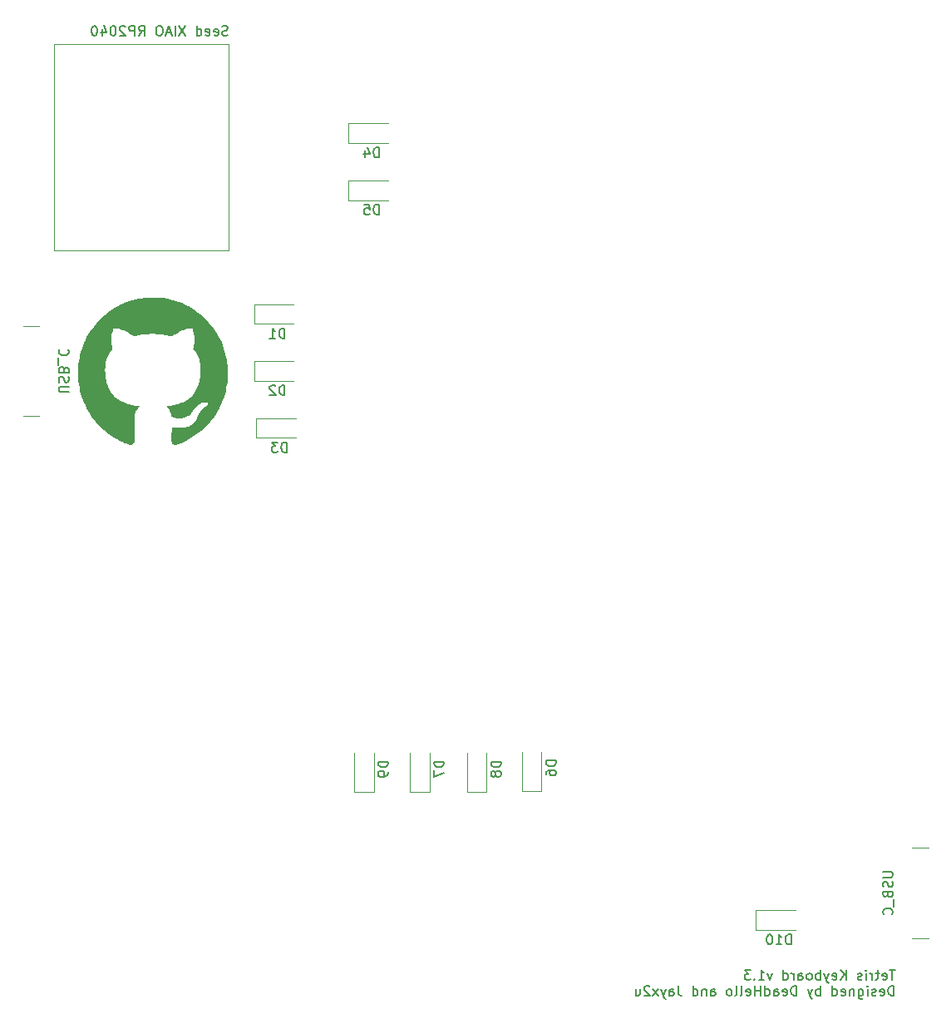
<source format=gbr>
%TF.GenerationSoftware,KiCad,Pcbnew,8.0.5*%
%TF.CreationDate,2024-10-11T10:33:45+11:00*%
%TF.ProjectId,TetrisKeyboard,54657472-6973-44b6-9579-626f6172642e,rev?*%
%TF.SameCoordinates,Original*%
%TF.FileFunction,Legend,Bot*%
%TF.FilePolarity,Positive*%
%FSLAX46Y46*%
G04 Gerber Fmt 4.6, Leading zero omitted, Abs format (unit mm)*
G04 Created by KiCad (PCBNEW 8.0.5) date 2024-10-11 10:33:45*
%MOMM*%
%LPD*%
G01*
G04 APERTURE LIST*
%ADD10C,0.150000*%
%ADD11C,0.120000*%
%ADD12C,0.000000*%
G04 APERTURE END LIST*
D10*
X111306077Y-127159875D02*
X110734649Y-127159875D01*
X111020363Y-128159875D02*
X111020363Y-127159875D01*
X110020363Y-128112256D02*
X110115601Y-128159875D01*
X110115601Y-128159875D02*
X110306077Y-128159875D01*
X110306077Y-128159875D02*
X110401315Y-128112256D01*
X110401315Y-128112256D02*
X110448934Y-128017017D01*
X110448934Y-128017017D02*
X110448934Y-127636065D01*
X110448934Y-127636065D02*
X110401315Y-127540827D01*
X110401315Y-127540827D02*
X110306077Y-127493208D01*
X110306077Y-127493208D02*
X110115601Y-127493208D01*
X110115601Y-127493208D02*
X110020363Y-127540827D01*
X110020363Y-127540827D02*
X109972744Y-127636065D01*
X109972744Y-127636065D02*
X109972744Y-127731303D01*
X109972744Y-127731303D02*
X110448934Y-127826541D01*
X109687029Y-127493208D02*
X109306077Y-127493208D01*
X109544172Y-127159875D02*
X109544172Y-128017017D01*
X109544172Y-128017017D02*
X109496553Y-128112256D01*
X109496553Y-128112256D02*
X109401315Y-128159875D01*
X109401315Y-128159875D02*
X109306077Y-128159875D01*
X108972743Y-128159875D02*
X108972743Y-127493208D01*
X108972743Y-127683684D02*
X108925124Y-127588446D01*
X108925124Y-127588446D02*
X108877505Y-127540827D01*
X108877505Y-127540827D02*
X108782267Y-127493208D01*
X108782267Y-127493208D02*
X108687029Y-127493208D01*
X108353695Y-128159875D02*
X108353695Y-127493208D01*
X108353695Y-127159875D02*
X108401314Y-127207494D01*
X108401314Y-127207494D02*
X108353695Y-127255113D01*
X108353695Y-127255113D02*
X108306076Y-127207494D01*
X108306076Y-127207494D02*
X108353695Y-127159875D01*
X108353695Y-127159875D02*
X108353695Y-127255113D01*
X107925124Y-128112256D02*
X107829886Y-128159875D01*
X107829886Y-128159875D02*
X107639410Y-128159875D01*
X107639410Y-128159875D02*
X107544172Y-128112256D01*
X107544172Y-128112256D02*
X107496553Y-128017017D01*
X107496553Y-128017017D02*
X107496553Y-127969398D01*
X107496553Y-127969398D02*
X107544172Y-127874160D01*
X107544172Y-127874160D02*
X107639410Y-127826541D01*
X107639410Y-127826541D02*
X107782267Y-127826541D01*
X107782267Y-127826541D02*
X107877505Y-127778922D01*
X107877505Y-127778922D02*
X107925124Y-127683684D01*
X107925124Y-127683684D02*
X107925124Y-127636065D01*
X107925124Y-127636065D02*
X107877505Y-127540827D01*
X107877505Y-127540827D02*
X107782267Y-127493208D01*
X107782267Y-127493208D02*
X107639410Y-127493208D01*
X107639410Y-127493208D02*
X107544172Y-127540827D01*
X106306076Y-128159875D02*
X106306076Y-127159875D01*
X105734648Y-128159875D02*
X106163219Y-127588446D01*
X105734648Y-127159875D02*
X106306076Y-127731303D01*
X104925124Y-128112256D02*
X105020362Y-128159875D01*
X105020362Y-128159875D02*
X105210838Y-128159875D01*
X105210838Y-128159875D02*
X105306076Y-128112256D01*
X105306076Y-128112256D02*
X105353695Y-128017017D01*
X105353695Y-128017017D02*
X105353695Y-127636065D01*
X105353695Y-127636065D02*
X105306076Y-127540827D01*
X105306076Y-127540827D02*
X105210838Y-127493208D01*
X105210838Y-127493208D02*
X105020362Y-127493208D01*
X105020362Y-127493208D02*
X104925124Y-127540827D01*
X104925124Y-127540827D02*
X104877505Y-127636065D01*
X104877505Y-127636065D02*
X104877505Y-127731303D01*
X104877505Y-127731303D02*
X105353695Y-127826541D01*
X104544171Y-127493208D02*
X104306076Y-128159875D01*
X104067981Y-127493208D02*
X104306076Y-128159875D01*
X104306076Y-128159875D02*
X104401314Y-128397970D01*
X104401314Y-128397970D02*
X104448933Y-128445589D01*
X104448933Y-128445589D02*
X104544171Y-128493208D01*
X103687028Y-128159875D02*
X103687028Y-127159875D01*
X103687028Y-127540827D02*
X103591790Y-127493208D01*
X103591790Y-127493208D02*
X103401314Y-127493208D01*
X103401314Y-127493208D02*
X103306076Y-127540827D01*
X103306076Y-127540827D02*
X103258457Y-127588446D01*
X103258457Y-127588446D02*
X103210838Y-127683684D01*
X103210838Y-127683684D02*
X103210838Y-127969398D01*
X103210838Y-127969398D02*
X103258457Y-128064636D01*
X103258457Y-128064636D02*
X103306076Y-128112256D01*
X103306076Y-128112256D02*
X103401314Y-128159875D01*
X103401314Y-128159875D02*
X103591790Y-128159875D01*
X103591790Y-128159875D02*
X103687028Y-128112256D01*
X102639409Y-128159875D02*
X102734647Y-128112256D01*
X102734647Y-128112256D02*
X102782266Y-128064636D01*
X102782266Y-128064636D02*
X102829885Y-127969398D01*
X102829885Y-127969398D02*
X102829885Y-127683684D01*
X102829885Y-127683684D02*
X102782266Y-127588446D01*
X102782266Y-127588446D02*
X102734647Y-127540827D01*
X102734647Y-127540827D02*
X102639409Y-127493208D01*
X102639409Y-127493208D02*
X102496552Y-127493208D01*
X102496552Y-127493208D02*
X102401314Y-127540827D01*
X102401314Y-127540827D02*
X102353695Y-127588446D01*
X102353695Y-127588446D02*
X102306076Y-127683684D01*
X102306076Y-127683684D02*
X102306076Y-127969398D01*
X102306076Y-127969398D02*
X102353695Y-128064636D01*
X102353695Y-128064636D02*
X102401314Y-128112256D01*
X102401314Y-128112256D02*
X102496552Y-128159875D01*
X102496552Y-128159875D02*
X102639409Y-128159875D01*
X101448933Y-128159875D02*
X101448933Y-127636065D01*
X101448933Y-127636065D02*
X101496552Y-127540827D01*
X101496552Y-127540827D02*
X101591790Y-127493208D01*
X101591790Y-127493208D02*
X101782266Y-127493208D01*
X101782266Y-127493208D02*
X101877504Y-127540827D01*
X101448933Y-128112256D02*
X101544171Y-128159875D01*
X101544171Y-128159875D02*
X101782266Y-128159875D01*
X101782266Y-128159875D02*
X101877504Y-128112256D01*
X101877504Y-128112256D02*
X101925123Y-128017017D01*
X101925123Y-128017017D02*
X101925123Y-127921779D01*
X101925123Y-127921779D02*
X101877504Y-127826541D01*
X101877504Y-127826541D02*
X101782266Y-127778922D01*
X101782266Y-127778922D02*
X101544171Y-127778922D01*
X101544171Y-127778922D02*
X101448933Y-127731303D01*
X100972742Y-128159875D02*
X100972742Y-127493208D01*
X100972742Y-127683684D02*
X100925123Y-127588446D01*
X100925123Y-127588446D02*
X100877504Y-127540827D01*
X100877504Y-127540827D02*
X100782266Y-127493208D01*
X100782266Y-127493208D02*
X100687028Y-127493208D01*
X99925123Y-128159875D02*
X99925123Y-127159875D01*
X99925123Y-128112256D02*
X100020361Y-128159875D01*
X100020361Y-128159875D02*
X100210837Y-128159875D01*
X100210837Y-128159875D02*
X100306075Y-128112256D01*
X100306075Y-128112256D02*
X100353694Y-128064636D01*
X100353694Y-128064636D02*
X100401313Y-127969398D01*
X100401313Y-127969398D02*
X100401313Y-127683684D01*
X100401313Y-127683684D02*
X100353694Y-127588446D01*
X100353694Y-127588446D02*
X100306075Y-127540827D01*
X100306075Y-127540827D02*
X100210837Y-127493208D01*
X100210837Y-127493208D02*
X100020361Y-127493208D01*
X100020361Y-127493208D02*
X99925123Y-127540827D01*
X98782265Y-127493208D02*
X98544170Y-128159875D01*
X98544170Y-128159875D02*
X98306075Y-127493208D01*
X97401313Y-128159875D02*
X97972741Y-128159875D01*
X97687027Y-128159875D02*
X97687027Y-127159875D01*
X97687027Y-127159875D02*
X97782265Y-127302732D01*
X97782265Y-127302732D02*
X97877503Y-127397970D01*
X97877503Y-127397970D02*
X97972741Y-127445589D01*
X96972741Y-128064636D02*
X96925122Y-128112256D01*
X96925122Y-128112256D02*
X96972741Y-128159875D01*
X96972741Y-128159875D02*
X97020360Y-128112256D01*
X97020360Y-128112256D02*
X96972741Y-128064636D01*
X96972741Y-128064636D02*
X96972741Y-128159875D01*
X96591789Y-127159875D02*
X95972742Y-127159875D01*
X95972742Y-127159875D02*
X96306075Y-127540827D01*
X96306075Y-127540827D02*
X96163218Y-127540827D01*
X96163218Y-127540827D02*
X96067980Y-127588446D01*
X96067980Y-127588446D02*
X96020361Y-127636065D01*
X96020361Y-127636065D02*
X95972742Y-127731303D01*
X95972742Y-127731303D02*
X95972742Y-127969398D01*
X95972742Y-127969398D02*
X96020361Y-128064636D01*
X96020361Y-128064636D02*
X96067980Y-128112256D01*
X96067980Y-128112256D02*
X96163218Y-128159875D01*
X96163218Y-128159875D02*
X96448932Y-128159875D01*
X96448932Y-128159875D02*
X96544170Y-128112256D01*
X96544170Y-128112256D02*
X96591789Y-128064636D01*
X111163220Y-129769819D02*
X111163220Y-128769819D01*
X111163220Y-128769819D02*
X110925125Y-128769819D01*
X110925125Y-128769819D02*
X110782268Y-128817438D01*
X110782268Y-128817438D02*
X110687030Y-128912676D01*
X110687030Y-128912676D02*
X110639411Y-129007914D01*
X110639411Y-129007914D02*
X110591792Y-129198390D01*
X110591792Y-129198390D02*
X110591792Y-129341247D01*
X110591792Y-129341247D02*
X110639411Y-129531723D01*
X110639411Y-129531723D02*
X110687030Y-129626961D01*
X110687030Y-129626961D02*
X110782268Y-129722200D01*
X110782268Y-129722200D02*
X110925125Y-129769819D01*
X110925125Y-129769819D02*
X111163220Y-129769819D01*
X109782268Y-129722200D02*
X109877506Y-129769819D01*
X109877506Y-129769819D02*
X110067982Y-129769819D01*
X110067982Y-129769819D02*
X110163220Y-129722200D01*
X110163220Y-129722200D02*
X110210839Y-129626961D01*
X110210839Y-129626961D02*
X110210839Y-129246009D01*
X110210839Y-129246009D02*
X110163220Y-129150771D01*
X110163220Y-129150771D02*
X110067982Y-129103152D01*
X110067982Y-129103152D02*
X109877506Y-129103152D01*
X109877506Y-129103152D02*
X109782268Y-129150771D01*
X109782268Y-129150771D02*
X109734649Y-129246009D01*
X109734649Y-129246009D02*
X109734649Y-129341247D01*
X109734649Y-129341247D02*
X110210839Y-129436485D01*
X109353696Y-129722200D02*
X109258458Y-129769819D01*
X109258458Y-129769819D02*
X109067982Y-129769819D01*
X109067982Y-129769819D02*
X108972744Y-129722200D01*
X108972744Y-129722200D02*
X108925125Y-129626961D01*
X108925125Y-129626961D02*
X108925125Y-129579342D01*
X108925125Y-129579342D02*
X108972744Y-129484104D01*
X108972744Y-129484104D02*
X109067982Y-129436485D01*
X109067982Y-129436485D02*
X109210839Y-129436485D01*
X109210839Y-129436485D02*
X109306077Y-129388866D01*
X109306077Y-129388866D02*
X109353696Y-129293628D01*
X109353696Y-129293628D02*
X109353696Y-129246009D01*
X109353696Y-129246009D02*
X109306077Y-129150771D01*
X109306077Y-129150771D02*
X109210839Y-129103152D01*
X109210839Y-129103152D02*
X109067982Y-129103152D01*
X109067982Y-129103152D02*
X108972744Y-129150771D01*
X108496553Y-129769819D02*
X108496553Y-129103152D01*
X108496553Y-128769819D02*
X108544172Y-128817438D01*
X108544172Y-128817438D02*
X108496553Y-128865057D01*
X108496553Y-128865057D02*
X108448934Y-128817438D01*
X108448934Y-128817438D02*
X108496553Y-128769819D01*
X108496553Y-128769819D02*
X108496553Y-128865057D01*
X107591792Y-129103152D02*
X107591792Y-129912676D01*
X107591792Y-129912676D02*
X107639411Y-130007914D01*
X107639411Y-130007914D02*
X107687030Y-130055533D01*
X107687030Y-130055533D02*
X107782268Y-130103152D01*
X107782268Y-130103152D02*
X107925125Y-130103152D01*
X107925125Y-130103152D02*
X108020363Y-130055533D01*
X107591792Y-129722200D02*
X107687030Y-129769819D01*
X107687030Y-129769819D02*
X107877506Y-129769819D01*
X107877506Y-129769819D02*
X107972744Y-129722200D01*
X107972744Y-129722200D02*
X108020363Y-129674580D01*
X108020363Y-129674580D02*
X108067982Y-129579342D01*
X108067982Y-129579342D02*
X108067982Y-129293628D01*
X108067982Y-129293628D02*
X108020363Y-129198390D01*
X108020363Y-129198390D02*
X107972744Y-129150771D01*
X107972744Y-129150771D02*
X107877506Y-129103152D01*
X107877506Y-129103152D02*
X107687030Y-129103152D01*
X107687030Y-129103152D02*
X107591792Y-129150771D01*
X107115601Y-129103152D02*
X107115601Y-129769819D01*
X107115601Y-129198390D02*
X107067982Y-129150771D01*
X107067982Y-129150771D02*
X106972744Y-129103152D01*
X106972744Y-129103152D02*
X106829887Y-129103152D01*
X106829887Y-129103152D02*
X106734649Y-129150771D01*
X106734649Y-129150771D02*
X106687030Y-129246009D01*
X106687030Y-129246009D02*
X106687030Y-129769819D01*
X105829887Y-129722200D02*
X105925125Y-129769819D01*
X105925125Y-129769819D02*
X106115601Y-129769819D01*
X106115601Y-129769819D02*
X106210839Y-129722200D01*
X106210839Y-129722200D02*
X106258458Y-129626961D01*
X106258458Y-129626961D02*
X106258458Y-129246009D01*
X106258458Y-129246009D02*
X106210839Y-129150771D01*
X106210839Y-129150771D02*
X106115601Y-129103152D01*
X106115601Y-129103152D02*
X105925125Y-129103152D01*
X105925125Y-129103152D02*
X105829887Y-129150771D01*
X105829887Y-129150771D02*
X105782268Y-129246009D01*
X105782268Y-129246009D02*
X105782268Y-129341247D01*
X105782268Y-129341247D02*
X106258458Y-129436485D01*
X104925125Y-129769819D02*
X104925125Y-128769819D01*
X104925125Y-129722200D02*
X105020363Y-129769819D01*
X105020363Y-129769819D02*
X105210839Y-129769819D01*
X105210839Y-129769819D02*
X105306077Y-129722200D01*
X105306077Y-129722200D02*
X105353696Y-129674580D01*
X105353696Y-129674580D02*
X105401315Y-129579342D01*
X105401315Y-129579342D02*
X105401315Y-129293628D01*
X105401315Y-129293628D02*
X105353696Y-129198390D01*
X105353696Y-129198390D02*
X105306077Y-129150771D01*
X105306077Y-129150771D02*
X105210839Y-129103152D01*
X105210839Y-129103152D02*
X105020363Y-129103152D01*
X105020363Y-129103152D02*
X104925125Y-129150771D01*
X103687029Y-129769819D02*
X103687029Y-128769819D01*
X103687029Y-129150771D02*
X103591791Y-129103152D01*
X103591791Y-129103152D02*
X103401315Y-129103152D01*
X103401315Y-129103152D02*
X103306077Y-129150771D01*
X103306077Y-129150771D02*
X103258458Y-129198390D01*
X103258458Y-129198390D02*
X103210839Y-129293628D01*
X103210839Y-129293628D02*
X103210839Y-129579342D01*
X103210839Y-129579342D02*
X103258458Y-129674580D01*
X103258458Y-129674580D02*
X103306077Y-129722200D01*
X103306077Y-129722200D02*
X103401315Y-129769819D01*
X103401315Y-129769819D02*
X103591791Y-129769819D01*
X103591791Y-129769819D02*
X103687029Y-129722200D01*
X102877505Y-129103152D02*
X102639410Y-129769819D01*
X102401315Y-129103152D02*
X102639410Y-129769819D01*
X102639410Y-129769819D02*
X102734648Y-130007914D01*
X102734648Y-130007914D02*
X102782267Y-130055533D01*
X102782267Y-130055533D02*
X102877505Y-130103152D01*
X101258457Y-129769819D02*
X101258457Y-128769819D01*
X101258457Y-128769819D02*
X101020362Y-128769819D01*
X101020362Y-128769819D02*
X100877505Y-128817438D01*
X100877505Y-128817438D02*
X100782267Y-128912676D01*
X100782267Y-128912676D02*
X100734648Y-129007914D01*
X100734648Y-129007914D02*
X100687029Y-129198390D01*
X100687029Y-129198390D02*
X100687029Y-129341247D01*
X100687029Y-129341247D02*
X100734648Y-129531723D01*
X100734648Y-129531723D02*
X100782267Y-129626961D01*
X100782267Y-129626961D02*
X100877505Y-129722200D01*
X100877505Y-129722200D02*
X101020362Y-129769819D01*
X101020362Y-129769819D02*
X101258457Y-129769819D01*
X99877505Y-129722200D02*
X99972743Y-129769819D01*
X99972743Y-129769819D02*
X100163219Y-129769819D01*
X100163219Y-129769819D02*
X100258457Y-129722200D01*
X100258457Y-129722200D02*
X100306076Y-129626961D01*
X100306076Y-129626961D02*
X100306076Y-129246009D01*
X100306076Y-129246009D02*
X100258457Y-129150771D01*
X100258457Y-129150771D02*
X100163219Y-129103152D01*
X100163219Y-129103152D02*
X99972743Y-129103152D01*
X99972743Y-129103152D02*
X99877505Y-129150771D01*
X99877505Y-129150771D02*
X99829886Y-129246009D01*
X99829886Y-129246009D02*
X99829886Y-129341247D01*
X99829886Y-129341247D02*
X100306076Y-129436485D01*
X98972743Y-129769819D02*
X98972743Y-129246009D01*
X98972743Y-129246009D02*
X99020362Y-129150771D01*
X99020362Y-129150771D02*
X99115600Y-129103152D01*
X99115600Y-129103152D02*
X99306076Y-129103152D01*
X99306076Y-129103152D02*
X99401314Y-129150771D01*
X98972743Y-129722200D02*
X99067981Y-129769819D01*
X99067981Y-129769819D02*
X99306076Y-129769819D01*
X99306076Y-129769819D02*
X99401314Y-129722200D01*
X99401314Y-129722200D02*
X99448933Y-129626961D01*
X99448933Y-129626961D02*
X99448933Y-129531723D01*
X99448933Y-129531723D02*
X99401314Y-129436485D01*
X99401314Y-129436485D02*
X99306076Y-129388866D01*
X99306076Y-129388866D02*
X99067981Y-129388866D01*
X99067981Y-129388866D02*
X98972743Y-129341247D01*
X98067981Y-129769819D02*
X98067981Y-128769819D01*
X98067981Y-129722200D02*
X98163219Y-129769819D01*
X98163219Y-129769819D02*
X98353695Y-129769819D01*
X98353695Y-129769819D02*
X98448933Y-129722200D01*
X98448933Y-129722200D02*
X98496552Y-129674580D01*
X98496552Y-129674580D02*
X98544171Y-129579342D01*
X98544171Y-129579342D02*
X98544171Y-129293628D01*
X98544171Y-129293628D02*
X98496552Y-129198390D01*
X98496552Y-129198390D02*
X98448933Y-129150771D01*
X98448933Y-129150771D02*
X98353695Y-129103152D01*
X98353695Y-129103152D02*
X98163219Y-129103152D01*
X98163219Y-129103152D02*
X98067981Y-129150771D01*
X97591790Y-129769819D02*
X97591790Y-128769819D01*
X97591790Y-129246009D02*
X97020362Y-129246009D01*
X97020362Y-129769819D02*
X97020362Y-128769819D01*
X96163219Y-129722200D02*
X96258457Y-129769819D01*
X96258457Y-129769819D02*
X96448933Y-129769819D01*
X96448933Y-129769819D02*
X96544171Y-129722200D01*
X96544171Y-129722200D02*
X96591790Y-129626961D01*
X96591790Y-129626961D02*
X96591790Y-129246009D01*
X96591790Y-129246009D02*
X96544171Y-129150771D01*
X96544171Y-129150771D02*
X96448933Y-129103152D01*
X96448933Y-129103152D02*
X96258457Y-129103152D01*
X96258457Y-129103152D02*
X96163219Y-129150771D01*
X96163219Y-129150771D02*
X96115600Y-129246009D01*
X96115600Y-129246009D02*
X96115600Y-129341247D01*
X96115600Y-129341247D02*
X96591790Y-129436485D01*
X95544171Y-129769819D02*
X95639409Y-129722200D01*
X95639409Y-129722200D02*
X95687028Y-129626961D01*
X95687028Y-129626961D02*
X95687028Y-128769819D01*
X95020361Y-129769819D02*
X95115599Y-129722200D01*
X95115599Y-129722200D02*
X95163218Y-129626961D01*
X95163218Y-129626961D02*
X95163218Y-128769819D01*
X94496551Y-129769819D02*
X94591789Y-129722200D01*
X94591789Y-129722200D02*
X94639408Y-129674580D01*
X94639408Y-129674580D02*
X94687027Y-129579342D01*
X94687027Y-129579342D02*
X94687027Y-129293628D01*
X94687027Y-129293628D02*
X94639408Y-129198390D01*
X94639408Y-129198390D02*
X94591789Y-129150771D01*
X94591789Y-129150771D02*
X94496551Y-129103152D01*
X94496551Y-129103152D02*
X94353694Y-129103152D01*
X94353694Y-129103152D02*
X94258456Y-129150771D01*
X94258456Y-129150771D02*
X94210837Y-129198390D01*
X94210837Y-129198390D02*
X94163218Y-129293628D01*
X94163218Y-129293628D02*
X94163218Y-129579342D01*
X94163218Y-129579342D02*
X94210837Y-129674580D01*
X94210837Y-129674580D02*
X94258456Y-129722200D01*
X94258456Y-129722200D02*
X94353694Y-129769819D01*
X94353694Y-129769819D02*
X94496551Y-129769819D01*
X92544170Y-129769819D02*
X92544170Y-129246009D01*
X92544170Y-129246009D02*
X92591789Y-129150771D01*
X92591789Y-129150771D02*
X92687027Y-129103152D01*
X92687027Y-129103152D02*
X92877503Y-129103152D01*
X92877503Y-129103152D02*
X92972741Y-129150771D01*
X92544170Y-129722200D02*
X92639408Y-129769819D01*
X92639408Y-129769819D02*
X92877503Y-129769819D01*
X92877503Y-129769819D02*
X92972741Y-129722200D01*
X92972741Y-129722200D02*
X93020360Y-129626961D01*
X93020360Y-129626961D02*
X93020360Y-129531723D01*
X93020360Y-129531723D02*
X92972741Y-129436485D01*
X92972741Y-129436485D02*
X92877503Y-129388866D01*
X92877503Y-129388866D02*
X92639408Y-129388866D01*
X92639408Y-129388866D02*
X92544170Y-129341247D01*
X92067979Y-129103152D02*
X92067979Y-129769819D01*
X92067979Y-129198390D02*
X92020360Y-129150771D01*
X92020360Y-129150771D02*
X91925122Y-129103152D01*
X91925122Y-129103152D02*
X91782265Y-129103152D01*
X91782265Y-129103152D02*
X91687027Y-129150771D01*
X91687027Y-129150771D02*
X91639408Y-129246009D01*
X91639408Y-129246009D02*
X91639408Y-129769819D01*
X90734646Y-129769819D02*
X90734646Y-128769819D01*
X90734646Y-129722200D02*
X90829884Y-129769819D01*
X90829884Y-129769819D02*
X91020360Y-129769819D01*
X91020360Y-129769819D02*
X91115598Y-129722200D01*
X91115598Y-129722200D02*
X91163217Y-129674580D01*
X91163217Y-129674580D02*
X91210836Y-129579342D01*
X91210836Y-129579342D02*
X91210836Y-129293628D01*
X91210836Y-129293628D02*
X91163217Y-129198390D01*
X91163217Y-129198390D02*
X91115598Y-129150771D01*
X91115598Y-129150771D02*
X91020360Y-129103152D01*
X91020360Y-129103152D02*
X90829884Y-129103152D01*
X90829884Y-129103152D02*
X90734646Y-129150771D01*
X89210836Y-128769819D02*
X89210836Y-129484104D01*
X89210836Y-129484104D02*
X89258455Y-129626961D01*
X89258455Y-129626961D02*
X89353693Y-129722200D01*
X89353693Y-129722200D02*
X89496550Y-129769819D01*
X89496550Y-129769819D02*
X89591788Y-129769819D01*
X88306074Y-129769819D02*
X88306074Y-129246009D01*
X88306074Y-129246009D02*
X88353693Y-129150771D01*
X88353693Y-129150771D02*
X88448931Y-129103152D01*
X88448931Y-129103152D02*
X88639407Y-129103152D01*
X88639407Y-129103152D02*
X88734645Y-129150771D01*
X88306074Y-129722200D02*
X88401312Y-129769819D01*
X88401312Y-129769819D02*
X88639407Y-129769819D01*
X88639407Y-129769819D02*
X88734645Y-129722200D01*
X88734645Y-129722200D02*
X88782264Y-129626961D01*
X88782264Y-129626961D02*
X88782264Y-129531723D01*
X88782264Y-129531723D02*
X88734645Y-129436485D01*
X88734645Y-129436485D02*
X88639407Y-129388866D01*
X88639407Y-129388866D02*
X88401312Y-129388866D01*
X88401312Y-129388866D02*
X88306074Y-129341247D01*
X87925121Y-129103152D02*
X87687026Y-129769819D01*
X87448931Y-129103152D02*
X87687026Y-129769819D01*
X87687026Y-129769819D02*
X87782264Y-130007914D01*
X87782264Y-130007914D02*
X87829883Y-130055533D01*
X87829883Y-130055533D02*
X87925121Y-130103152D01*
X87163216Y-129769819D02*
X86639407Y-129103152D01*
X87163216Y-129103152D02*
X86639407Y-129769819D01*
X86306073Y-128865057D02*
X86258454Y-128817438D01*
X86258454Y-128817438D02*
X86163216Y-128769819D01*
X86163216Y-128769819D02*
X85925121Y-128769819D01*
X85925121Y-128769819D02*
X85829883Y-128817438D01*
X85829883Y-128817438D02*
X85782264Y-128865057D01*
X85782264Y-128865057D02*
X85734645Y-128960295D01*
X85734645Y-128960295D02*
X85734645Y-129055533D01*
X85734645Y-129055533D02*
X85782264Y-129198390D01*
X85782264Y-129198390D02*
X86353692Y-129769819D01*
X86353692Y-129769819D02*
X85734645Y-129769819D01*
X84877502Y-129103152D02*
X84877502Y-129769819D01*
X85306073Y-129103152D02*
X85306073Y-129626961D01*
X85306073Y-129626961D02*
X85258454Y-129722200D01*
X85258454Y-129722200D02*
X85163216Y-129769819D01*
X85163216Y-129769819D02*
X85020359Y-129769819D01*
X85020359Y-129769819D02*
X84925121Y-129722200D01*
X84925121Y-129722200D02*
X84877502Y-129674580D01*
X27145180Y-68342856D02*
X26335657Y-68342856D01*
X26335657Y-68342856D02*
X26240419Y-68295237D01*
X26240419Y-68295237D02*
X26192800Y-68247618D01*
X26192800Y-68247618D02*
X26145180Y-68152380D01*
X26145180Y-68152380D02*
X26145180Y-67961904D01*
X26145180Y-67961904D02*
X26192800Y-67866666D01*
X26192800Y-67866666D02*
X26240419Y-67819047D01*
X26240419Y-67819047D02*
X26335657Y-67771428D01*
X26335657Y-67771428D02*
X27145180Y-67771428D01*
X26192800Y-67342856D02*
X26145180Y-67199999D01*
X26145180Y-67199999D02*
X26145180Y-66961904D01*
X26145180Y-66961904D02*
X26192800Y-66866666D01*
X26192800Y-66866666D02*
X26240419Y-66819047D01*
X26240419Y-66819047D02*
X26335657Y-66771428D01*
X26335657Y-66771428D02*
X26430895Y-66771428D01*
X26430895Y-66771428D02*
X26526133Y-66819047D01*
X26526133Y-66819047D02*
X26573752Y-66866666D01*
X26573752Y-66866666D02*
X26621371Y-66961904D01*
X26621371Y-66961904D02*
X26668990Y-67152380D01*
X26668990Y-67152380D02*
X26716609Y-67247618D01*
X26716609Y-67247618D02*
X26764228Y-67295237D01*
X26764228Y-67295237D02*
X26859466Y-67342856D01*
X26859466Y-67342856D02*
X26954704Y-67342856D01*
X26954704Y-67342856D02*
X27049942Y-67295237D01*
X27049942Y-67295237D02*
X27097561Y-67247618D01*
X27097561Y-67247618D02*
X27145180Y-67152380D01*
X27145180Y-67152380D02*
X27145180Y-66914285D01*
X27145180Y-66914285D02*
X27097561Y-66771428D01*
X26668990Y-66009523D02*
X26621371Y-65866666D01*
X26621371Y-65866666D02*
X26573752Y-65819047D01*
X26573752Y-65819047D02*
X26478514Y-65771428D01*
X26478514Y-65771428D02*
X26335657Y-65771428D01*
X26335657Y-65771428D02*
X26240419Y-65819047D01*
X26240419Y-65819047D02*
X26192800Y-65866666D01*
X26192800Y-65866666D02*
X26145180Y-65961904D01*
X26145180Y-65961904D02*
X26145180Y-66342856D01*
X26145180Y-66342856D02*
X27145180Y-66342856D01*
X27145180Y-66342856D02*
X27145180Y-66009523D01*
X27145180Y-66009523D02*
X27097561Y-65914285D01*
X27097561Y-65914285D02*
X27049942Y-65866666D01*
X27049942Y-65866666D02*
X26954704Y-65819047D01*
X26954704Y-65819047D02*
X26859466Y-65819047D01*
X26859466Y-65819047D02*
X26764228Y-65866666D01*
X26764228Y-65866666D02*
X26716609Y-65914285D01*
X26716609Y-65914285D02*
X26668990Y-66009523D01*
X26668990Y-66009523D02*
X26668990Y-66342856D01*
X26049942Y-65580952D02*
X26049942Y-64819047D01*
X26240419Y-64009523D02*
X26192800Y-64057142D01*
X26192800Y-64057142D02*
X26145180Y-64199999D01*
X26145180Y-64199999D02*
X26145180Y-64295237D01*
X26145180Y-64295237D02*
X26192800Y-64438094D01*
X26192800Y-64438094D02*
X26288038Y-64533332D01*
X26288038Y-64533332D02*
X26383276Y-64580951D01*
X26383276Y-64580951D02*
X26573752Y-64628570D01*
X26573752Y-64628570D02*
X26716609Y-64628570D01*
X26716609Y-64628570D02*
X26907085Y-64580951D01*
X26907085Y-64580951D02*
X27002323Y-64533332D01*
X27002323Y-64533332D02*
X27097561Y-64438094D01*
X27097561Y-64438094D02*
X27145180Y-64295237D01*
X27145180Y-64295237D02*
X27145180Y-64199999D01*
X27145180Y-64199999D02*
X27097561Y-64057142D01*
X27097561Y-64057142D02*
X27049942Y-64009523D01*
X71154819Y-105961905D02*
X70154819Y-105961905D01*
X70154819Y-105961905D02*
X70154819Y-106200000D01*
X70154819Y-106200000D02*
X70202438Y-106342857D01*
X70202438Y-106342857D02*
X70297676Y-106438095D01*
X70297676Y-106438095D02*
X70392914Y-106485714D01*
X70392914Y-106485714D02*
X70583390Y-106533333D01*
X70583390Y-106533333D02*
X70726247Y-106533333D01*
X70726247Y-106533333D02*
X70916723Y-106485714D01*
X70916723Y-106485714D02*
X71011961Y-106438095D01*
X71011961Y-106438095D02*
X71107200Y-106342857D01*
X71107200Y-106342857D02*
X71154819Y-106200000D01*
X71154819Y-106200000D02*
X71154819Y-105961905D01*
X70583390Y-107104762D02*
X70535771Y-107009524D01*
X70535771Y-107009524D02*
X70488152Y-106961905D01*
X70488152Y-106961905D02*
X70392914Y-106914286D01*
X70392914Y-106914286D02*
X70345295Y-106914286D01*
X70345295Y-106914286D02*
X70250057Y-106961905D01*
X70250057Y-106961905D02*
X70202438Y-107009524D01*
X70202438Y-107009524D02*
X70154819Y-107104762D01*
X70154819Y-107104762D02*
X70154819Y-107295238D01*
X70154819Y-107295238D02*
X70202438Y-107390476D01*
X70202438Y-107390476D02*
X70250057Y-107438095D01*
X70250057Y-107438095D02*
X70345295Y-107485714D01*
X70345295Y-107485714D02*
X70392914Y-107485714D01*
X70392914Y-107485714D02*
X70488152Y-107438095D01*
X70488152Y-107438095D02*
X70535771Y-107390476D01*
X70535771Y-107390476D02*
X70583390Y-107295238D01*
X70583390Y-107295238D02*
X70583390Y-107104762D01*
X70583390Y-107104762D02*
X70631009Y-107009524D01*
X70631009Y-107009524D02*
X70678628Y-106961905D01*
X70678628Y-106961905D02*
X70773866Y-106914286D01*
X70773866Y-106914286D02*
X70964342Y-106914286D01*
X70964342Y-106914286D02*
X71059580Y-106961905D01*
X71059580Y-106961905D02*
X71107200Y-107009524D01*
X71107200Y-107009524D02*
X71154819Y-107104762D01*
X71154819Y-107104762D02*
X71154819Y-107295238D01*
X71154819Y-107295238D02*
X71107200Y-107390476D01*
X71107200Y-107390476D02*
X71059580Y-107438095D01*
X71059580Y-107438095D02*
X70964342Y-107485714D01*
X70964342Y-107485714D02*
X70773866Y-107485714D01*
X70773866Y-107485714D02*
X70678628Y-107438095D01*
X70678628Y-107438095D02*
X70631009Y-107390476D01*
X70631009Y-107390476D02*
X70583390Y-107295238D01*
X65354819Y-105961905D02*
X64354819Y-105961905D01*
X64354819Y-105961905D02*
X64354819Y-106200000D01*
X64354819Y-106200000D02*
X64402438Y-106342857D01*
X64402438Y-106342857D02*
X64497676Y-106438095D01*
X64497676Y-106438095D02*
X64592914Y-106485714D01*
X64592914Y-106485714D02*
X64783390Y-106533333D01*
X64783390Y-106533333D02*
X64926247Y-106533333D01*
X64926247Y-106533333D02*
X65116723Y-106485714D01*
X65116723Y-106485714D02*
X65211961Y-106438095D01*
X65211961Y-106438095D02*
X65307200Y-106342857D01*
X65307200Y-106342857D02*
X65354819Y-106200000D01*
X65354819Y-106200000D02*
X65354819Y-105961905D01*
X64354819Y-106866667D02*
X64354819Y-107533333D01*
X64354819Y-107533333D02*
X65354819Y-107104762D01*
X58738094Y-44454819D02*
X58738094Y-43454819D01*
X58738094Y-43454819D02*
X58499999Y-43454819D01*
X58499999Y-43454819D02*
X58357142Y-43502438D01*
X58357142Y-43502438D02*
X58261904Y-43597676D01*
X58261904Y-43597676D02*
X58214285Y-43692914D01*
X58214285Y-43692914D02*
X58166666Y-43883390D01*
X58166666Y-43883390D02*
X58166666Y-44026247D01*
X58166666Y-44026247D02*
X58214285Y-44216723D01*
X58214285Y-44216723D02*
X58261904Y-44311961D01*
X58261904Y-44311961D02*
X58357142Y-44407200D01*
X58357142Y-44407200D02*
X58499999Y-44454819D01*
X58499999Y-44454819D02*
X58738094Y-44454819D01*
X57309523Y-43788152D02*
X57309523Y-44454819D01*
X57547618Y-43407200D02*
X57785713Y-44121485D01*
X57785713Y-44121485D02*
X57166666Y-44121485D01*
X100714285Y-124554819D02*
X100714285Y-123554819D01*
X100714285Y-123554819D02*
X100476190Y-123554819D01*
X100476190Y-123554819D02*
X100333333Y-123602438D01*
X100333333Y-123602438D02*
X100238095Y-123697676D01*
X100238095Y-123697676D02*
X100190476Y-123792914D01*
X100190476Y-123792914D02*
X100142857Y-123983390D01*
X100142857Y-123983390D02*
X100142857Y-124126247D01*
X100142857Y-124126247D02*
X100190476Y-124316723D01*
X100190476Y-124316723D02*
X100238095Y-124411961D01*
X100238095Y-124411961D02*
X100333333Y-124507200D01*
X100333333Y-124507200D02*
X100476190Y-124554819D01*
X100476190Y-124554819D02*
X100714285Y-124554819D01*
X99190476Y-124554819D02*
X99761904Y-124554819D01*
X99476190Y-124554819D02*
X99476190Y-123554819D01*
X99476190Y-123554819D02*
X99571428Y-123697676D01*
X99571428Y-123697676D02*
X99666666Y-123792914D01*
X99666666Y-123792914D02*
X99761904Y-123840533D01*
X98571428Y-123554819D02*
X98476190Y-123554819D01*
X98476190Y-123554819D02*
X98380952Y-123602438D01*
X98380952Y-123602438D02*
X98333333Y-123650057D01*
X98333333Y-123650057D02*
X98285714Y-123745295D01*
X98285714Y-123745295D02*
X98238095Y-123935771D01*
X98238095Y-123935771D02*
X98238095Y-124173866D01*
X98238095Y-124173866D02*
X98285714Y-124364342D01*
X98285714Y-124364342D02*
X98333333Y-124459580D01*
X98333333Y-124459580D02*
X98380952Y-124507200D01*
X98380952Y-124507200D02*
X98476190Y-124554819D01*
X98476190Y-124554819D02*
X98571428Y-124554819D01*
X98571428Y-124554819D02*
X98666666Y-124507200D01*
X98666666Y-124507200D02*
X98714285Y-124459580D01*
X98714285Y-124459580D02*
X98761904Y-124364342D01*
X98761904Y-124364342D02*
X98809523Y-124173866D01*
X98809523Y-124173866D02*
X98809523Y-123935771D01*
X98809523Y-123935771D02*
X98761904Y-123745295D01*
X98761904Y-123745295D02*
X98714285Y-123650057D01*
X98714285Y-123650057D02*
X98666666Y-123602438D01*
X98666666Y-123602438D02*
X98571428Y-123554819D01*
X59654819Y-105961905D02*
X58654819Y-105961905D01*
X58654819Y-105961905D02*
X58654819Y-106200000D01*
X58654819Y-106200000D02*
X58702438Y-106342857D01*
X58702438Y-106342857D02*
X58797676Y-106438095D01*
X58797676Y-106438095D02*
X58892914Y-106485714D01*
X58892914Y-106485714D02*
X59083390Y-106533333D01*
X59083390Y-106533333D02*
X59226247Y-106533333D01*
X59226247Y-106533333D02*
X59416723Y-106485714D01*
X59416723Y-106485714D02*
X59511961Y-106438095D01*
X59511961Y-106438095D02*
X59607200Y-106342857D01*
X59607200Y-106342857D02*
X59654819Y-106200000D01*
X59654819Y-106200000D02*
X59654819Y-105961905D01*
X59654819Y-107009524D02*
X59654819Y-107200000D01*
X59654819Y-107200000D02*
X59607200Y-107295238D01*
X59607200Y-107295238D02*
X59559580Y-107342857D01*
X59559580Y-107342857D02*
X59416723Y-107438095D01*
X59416723Y-107438095D02*
X59226247Y-107485714D01*
X59226247Y-107485714D02*
X58845295Y-107485714D01*
X58845295Y-107485714D02*
X58750057Y-107438095D01*
X58750057Y-107438095D02*
X58702438Y-107390476D01*
X58702438Y-107390476D02*
X58654819Y-107295238D01*
X58654819Y-107295238D02*
X58654819Y-107104762D01*
X58654819Y-107104762D02*
X58702438Y-107009524D01*
X58702438Y-107009524D02*
X58750057Y-106961905D01*
X58750057Y-106961905D02*
X58845295Y-106914286D01*
X58845295Y-106914286D02*
X59083390Y-106914286D01*
X59083390Y-106914286D02*
X59178628Y-106961905D01*
X59178628Y-106961905D02*
X59226247Y-107009524D01*
X59226247Y-107009524D02*
X59273866Y-107104762D01*
X59273866Y-107104762D02*
X59273866Y-107295238D01*
X59273866Y-107295238D02*
X59226247Y-107390476D01*
X59226247Y-107390476D02*
X59178628Y-107438095D01*
X59178628Y-107438095D02*
X59083390Y-107485714D01*
X110054819Y-117157143D02*
X110864342Y-117157143D01*
X110864342Y-117157143D02*
X110959580Y-117204762D01*
X110959580Y-117204762D02*
X111007200Y-117252381D01*
X111007200Y-117252381D02*
X111054819Y-117347619D01*
X111054819Y-117347619D02*
X111054819Y-117538095D01*
X111054819Y-117538095D02*
X111007200Y-117633333D01*
X111007200Y-117633333D02*
X110959580Y-117680952D01*
X110959580Y-117680952D02*
X110864342Y-117728571D01*
X110864342Y-117728571D02*
X110054819Y-117728571D01*
X111007200Y-118157143D02*
X111054819Y-118300000D01*
X111054819Y-118300000D02*
X111054819Y-118538095D01*
X111054819Y-118538095D02*
X111007200Y-118633333D01*
X111007200Y-118633333D02*
X110959580Y-118680952D01*
X110959580Y-118680952D02*
X110864342Y-118728571D01*
X110864342Y-118728571D02*
X110769104Y-118728571D01*
X110769104Y-118728571D02*
X110673866Y-118680952D01*
X110673866Y-118680952D02*
X110626247Y-118633333D01*
X110626247Y-118633333D02*
X110578628Y-118538095D01*
X110578628Y-118538095D02*
X110531009Y-118347619D01*
X110531009Y-118347619D02*
X110483390Y-118252381D01*
X110483390Y-118252381D02*
X110435771Y-118204762D01*
X110435771Y-118204762D02*
X110340533Y-118157143D01*
X110340533Y-118157143D02*
X110245295Y-118157143D01*
X110245295Y-118157143D02*
X110150057Y-118204762D01*
X110150057Y-118204762D02*
X110102438Y-118252381D01*
X110102438Y-118252381D02*
X110054819Y-118347619D01*
X110054819Y-118347619D02*
X110054819Y-118585714D01*
X110054819Y-118585714D02*
X110102438Y-118728571D01*
X110531009Y-119490476D02*
X110578628Y-119633333D01*
X110578628Y-119633333D02*
X110626247Y-119680952D01*
X110626247Y-119680952D02*
X110721485Y-119728571D01*
X110721485Y-119728571D02*
X110864342Y-119728571D01*
X110864342Y-119728571D02*
X110959580Y-119680952D01*
X110959580Y-119680952D02*
X111007200Y-119633333D01*
X111007200Y-119633333D02*
X111054819Y-119538095D01*
X111054819Y-119538095D02*
X111054819Y-119157143D01*
X111054819Y-119157143D02*
X110054819Y-119157143D01*
X110054819Y-119157143D02*
X110054819Y-119490476D01*
X110054819Y-119490476D02*
X110102438Y-119585714D01*
X110102438Y-119585714D02*
X110150057Y-119633333D01*
X110150057Y-119633333D02*
X110245295Y-119680952D01*
X110245295Y-119680952D02*
X110340533Y-119680952D01*
X110340533Y-119680952D02*
X110435771Y-119633333D01*
X110435771Y-119633333D02*
X110483390Y-119585714D01*
X110483390Y-119585714D02*
X110531009Y-119490476D01*
X110531009Y-119490476D02*
X110531009Y-119157143D01*
X111150057Y-119919048D02*
X111150057Y-120680952D01*
X110959580Y-121490476D02*
X111007200Y-121442857D01*
X111007200Y-121442857D02*
X111054819Y-121300000D01*
X111054819Y-121300000D02*
X111054819Y-121204762D01*
X111054819Y-121204762D02*
X111007200Y-121061905D01*
X111007200Y-121061905D02*
X110911961Y-120966667D01*
X110911961Y-120966667D02*
X110816723Y-120919048D01*
X110816723Y-120919048D02*
X110626247Y-120871429D01*
X110626247Y-120871429D02*
X110483390Y-120871429D01*
X110483390Y-120871429D02*
X110292914Y-120919048D01*
X110292914Y-120919048D02*
X110197676Y-120966667D01*
X110197676Y-120966667D02*
X110102438Y-121061905D01*
X110102438Y-121061905D02*
X110054819Y-121204762D01*
X110054819Y-121204762D02*
X110054819Y-121300000D01*
X110054819Y-121300000D02*
X110102438Y-121442857D01*
X110102438Y-121442857D02*
X110150057Y-121490476D01*
X76754819Y-105861905D02*
X75754819Y-105861905D01*
X75754819Y-105861905D02*
X75754819Y-106100000D01*
X75754819Y-106100000D02*
X75802438Y-106242857D01*
X75802438Y-106242857D02*
X75897676Y-106338095D01*
X75897676Y-106338095D02*
X75992914Y-106385714D01*
X75992914Y-106385714D02*
X76183390Y-106433333D01*
X76183390Y-106433333D02*
X76326247Y-106433333D01*
X76326247Y-106433333D02*
X76516723Y-106385714D01*
X76516723Y-106385714D02*
X76611961Y-106338095D01*
X76611961Y-106338095D02*
X76707200Y-106242857D01*
X76707200Y-106242857D02*
X76754819Y-106100000D01*
X76754819Y-106100000D02*
X76754819Y-105861905D01*
X75754819Y-107290476D02*
X75754819Y-107100000D01*
X75754819Y-107100000D02*
X75802438Y-107004762D01*
X75802438Y-107004762D02*
X75850057Y-106957143D01*
X75850057Y-106957143D02*
X75992914Y-106861905D01*
X75992914Y-106861905D02*
X76183390Y-106814286D01*
X76183390Y-106814286D02*
X76564342Y-106814286D01*
X76564342Y-106814286D02*
X76659580Y-106861905D01*
X76659580Y-106861905D02*
X76707200Y-106909524D01*
X76707200Y-106909524D02*
X76754819Y-107004762D01*
X76754819Y-107004762D02*
X76754819Y-107195238D01*
X76754819Y-107195238D02*
X76707200Y-107290476D01*
X76707200Y-107290476D02*
X76659580Y-107338095D01*
X76659580Y-107338095D02*
X76564342Y-107385714D01*
X76564342Y-107385714D02*
X76326247Y-107385714D01*
X76326247Y-107385714D02*
X76231009Y-107338095D01*
X76231009Y-107338095D02*
X76183390Y-107290476D01*
X76183390Y-107290476D02*
X76135771Y-107195238D01*
X76135771Y-107195238D02*
X76135771Y-107004762D01*
X76135771Y-107004762D02*
X76183390Y-106909524D01*
X76183390Y-106909524D02*
X76231009Y-106861905D01*
X76231009Y-106861905D02*
X76326247Y-106814286D01*
X58738094Y-50254819D02*
X58738094Y-49254819D01*
X58738094Y-49254819D02*
X58499999Y-49254819D01*
X58499999Y-49254819D02*
X58357142Y-49302438D01*
X58357142Y-49302438D02*
X58261904Y-49397676D01*
X58261904Y-49397676D02*
X58214285Y-49492914D01*
X58214285Y-49492914D02*
X58166666Y-49683390D01*
X58166666Y-49683390D02*
X58166666Y-49826247D01*
X58166666Y-49826247D02*
X58214285Y-50016723D01*
X58214285Y-50016723D02*
X58261904Y-50111961D01*
X58261904Y-50111961D02*
X58357142Y-50207200D01*
X58357142Y-50207200D02*
X58499999Y-50254819D01*
X58499999Y-50254819D02*
X58738094Y-50254819D01*
X57261904Y-49254819D02*
X57738094Y-49254819D01*
X57738094Y-49254819D02*
X57785713Y-49731009D01*
X57785713Y-49731009D02*
X57738094Y-49683390D01*
X57738094Y-49683390D02*
X57642856Y-49635771D01*
X57642856Y-49635771D02*
X57404761Y-49635771D01*
X57404761Y-49635771D02*
X57309523Y-49683390D01*
X57309523Y-49683390D02*
X57261904Y-49731009D01*
X57261904Y-49731009D02*
X57214285Y-49826247D01*
X57214285Y-49826247D02*
X57214285Y-50064342D01*
X57214285Y-50064342D02*
X57261904Y-50159580D01*
X57261904Y-50159580D02*
X57309523Y-50207200D01*
X57309523Y-50207200D02*
X57404761Y-50254819D01*
X57404761Y-50254819D02*
X57642856Y-50254819D01*
X57642856Y-50254819D02*
X57738094Y-50207200D01*
X57738094Y-50207200D02*
X57785713Y-50159580D01*
X49138094Y-62854819D02*
X49138094Y-61854819D01*
X49138094Y-61854819D02*
X48899999Y-61854819D01*
X48899999Y-61854819D02*
X48757142Y-61902438D01*
X48757142Y-61902438D02*
X48661904Y-61997676D01*
X48661904Y-61997676D02*
X48614285Y-62092914D01*
X48614285Y-62092914D02*
X48566666Y-62283390D01*
X48566666Y-62283390D02*
X48566666Y-62426247D01*
X48566666Y-62426247D02*
X48614285Y-62616723D01*
X48614285Y-62616723D02*
X48661904Y-62711961D01*
X48661904Y-62711961D02*
X48757142Y-62807200D01*
X48757142Y-62807200D02*
X48899999Y-62854819D01*
X48899999Y-62854819D02*
X49138094Y-62854819D01*
X47614285Y-62854819D02*
X48185713Y-62854819D01*
X47899999Y-62854819D02*
X47899999Y-61854819D01*
X47899999Y-61854819D02*
X47995237Y-61997676D01*
X47995237Y-61997676D02*
X48090475Y-62092914D01*
X48090475Y-62092914D02*
X48185713Y-62140533D01*
X43328571Y-32007200D02*
X43185714Y-32054819D01*
X43185714Y-32054819D02*
X42947619Y-32054819D01*
X42947619Y-32054819D02*
X42852381Y-32007200D01*
X42852381Y-32007200D02*
X42804762Y-31959580D01*
X42804762Y-31959580D02*
X42757143Y-31864342D01*
X42757143Y-31864342D02*
X42757143Y-31769104D01*
X42757143Y-31769104D02*
X42804762Y-31673866D01*
X42804762Y-31673866D02*
X42852381Y-31626247D01*
X42852381Y-31626247D02*
X42947619Y-31578628D01*
X42947619Y-31578628D02*
X43138095Y-31531009D01*
X43138095Y-31531009D02*
X43233333Y-31483390D01*
X43233333Y-31483390D02*
X43280952Y-31435771D01*
X43280952Y-31435771D02*
X43328571Y-31340533D01*
X43328571Y-31340533D02*
X43328571Y-31245295D01*
X43328571Y-31245295D02*
X43280952Y-31150057D01*
X43280952Y-31150057D02*
X43233333Y-31102438D01*
X43233333Y-31102438D02*
X43138095Y-31054819D01*
X43138095Y-31054819D02*
X42900000Y-31054819D01*
X42900000Y-31054819D02*
X42757143Y-31102438D01*
X41947619Y-32007200D02*
X42042857Y-32054819D01*
X42042857Y-32054819D02*
X42233333Y-32054819D01*
X42233333Y-32054819D02*
X42328571Y-32007200D01*
X42328571Y-32007200D02*
X42376190Y-31911961D01*
X42376190Y-31911961D02*
X42376190Y-31531009D01*
X42376190Y-31531009D02*
X42328571Y-31435771D01*
X42328571Y-31435771D02*
X42233333Y-31388152D01*
X42233333Y-31388152D02*
X42042857Y-31388152D01*
X42042857Y-31388152D02*
X41947619Y-31435771D01*
X41947619Y-31435771D02*
X41900000Y-31531009D01*
X41900000Y-31531009D02*
X41900000Y-31626247D01*
X41900000Y-31626247D02*
X42376190Y-31721485D01*
X41090476Y-32007200D02*
X41185714Y-32054819D01*
X41185714Y-32054819D02*
X41376190Y-32054819D01*
X41376190Y-32054819D02*
X41471428Y-32007200D01*
X41471428Y-32007200D02*
X41519047Y-31911961D01*
X41519047Y-31911961D02*
X41519047Y-31531009D01*
X41519047Y-31531009D02*
X41471428Y-31435771D01*
X41471428Y-31435771D02*
X41376190Y-31388152D01*
X41376190Y-31388152D02*
X41185714Y-31388152D01*
X41185714Y-31388152D02*
X41090476Y-31435771D01*
X41090476Y-31435771D02*
X41042857Y-31531009D01*
X41042857Y-31531009D02*
X41042857Y-31626247D01*
X41042857Y-31626247D02*
X41519047Y-31721485D01*
X40185714Y-32054819D02*
X40185714Y-31054819D01*
X40185714Y-32007200D02*
X40280952Y-32054819D01*
X40280952Y-32054819D02*
X40471428Y-32054819D01*
X40471428Y-32054819D02*
X40566666Y-32007200D01*
X40566666Y-32007200D02*
X40614285Y-31959580D01*
X40614285Y-31959580D02*
X40661904Y-31864342D01*
X40661904Y-31864342D02*
X40661904Y-31578628D01*
X40661904Y-31578628D02*
X40614285Y-31483390D01*
X40614285Y-31483390D02*
X40566666Y-31435771D01*
X40566666Y-31435771D02*
X40471428Y-31388152D01*
X40471428Y-31388152D02*
X40280952Y-31388152D01*
X40280952Y-31388152D02*
X40185714Y-31435771D01*
X39042856Y-31054819D02*
X38376190Y-32054819D01*
X38376190Y-31054819D02*
X39042856Y-32054819D01*
X37995237Y-32054819D02*
X37995237Y-31054819D01*
X37566666Y-31769104D02*
X37090476Y-31769104D01*
X37661904Y-32054819D02*
X37328571Y-31054819D01*
X37328571Y-31054819D02*
X36995238Y-32054819D01*
X36471428Y-31054819D02*
X36280952Y-31054819D01*
X36280952Y-31054819D02*
X36185714Y-31102438D01*
X36185714Y-31102438D02*
X36090476Y-31197676D01*
X36090476Y-31197676D02*
X36042857Y-31388152D01*
X36042857Y-31388152D02*
X36042857Y-31721485D01*
X36042857Y-31721485D02*
X36090476Y-31911961D01*
X36090476Y-31911961D02*
X36185714Y-32007200D01*
X36185714Y-32007200D02*
X36280952Y-32054819D01*
X36280952Y-32054819D02*
X36471428Y-32054819D01*
X36471428Y-32054819D02*
X36566666Y-32007200D01*
X36566666Y-32007200D02*
X36661904Y-31911961D01*
X36661904Y-31911961D02*
X36709523Y-31721485D01*
X36709523Y-31721485D02*
X36709523Y-31388152D01*
X36709523Y-31388152D02*
X36661904Y-31197676D01*
X36661904Y-31197676D02*
X36566666Y-31102438D01*
X36566666Y-31102438D02*
X36471428Y-31054819D01*
X34280952Y-32054819D02*
X34614285Y-31578628D01*
X34852380Y-32054819D02*
X34852380Y-31054819D01*
X34852380Y-31054819D02*
X34471428Y-31054819D01*
X34471428Y-31054819D02*
X34376190Y-31102438D01*
X34376190Y-31102438D02*
X34328571Y-31150057D01*
X34328571Y-31150057D02*
X34280952Y-31245295D01*
X34280952Y-31245295D02*
X34280952Y-31388152D01*
X34280952Y-31388152D02*
X34328571Y-31483390D01*
X34328571Y-31483390D02*
X34376190Y-31531009D01*
X34376190Y-31531009D02*
X34471428Y-31578628D01*
X34471428Y-31578628D02*
X34852380Y-31578628D01*
X33852380Y-32054819D02*
X33852380Y-31054819D01*
X33852380Y-31054819D02*
X33471428Y-31054819D01*
X33471428Y-31054819D02*
X33376190Y-31102438D01*
X33376190Y-31102438D02*
X33328571Y-31150057D01*
X33328571Y-31150057D02*
X33280952Y-31245295D01*
X33280952Y-31245295D02*
X33280952Y-31388152D01*
X33280952Y-31388152D02*
X33328571Y-31483390D01*
X33328571Y-31483390D02*
X33376190Y-31531009D01*
X33376190Y-31531009D02*
X33471428Y-31578628D01*
X33471428Y-31578628D02*
X33852380Y-31578628D01*
X32899999Y-31150057D02*
X32852380Y-31102438D01*
X32852380Y-31102438D02*
X32757142Y-31054819D01*
X32757142Y-31054819D02*
X32519047Y-31054819D01*
X32519047Y-31054819D02*
X32423809Y-31102438D01*
X32423809Y-31102438D02*
X32376190Y-31150057D01*
X32376190Y-31150057D02*
X32328571Y-31245295D01*
X32328571Y-31245295D02*
X32328571Y-31340533D01*
X32328571Y-31340533D02*
X32376190Y-31483390D01*
X32376190Y-31483390D02*
X32947618Y-32054819D01*
X32947618Y-32054819D02*
X32328571Y-32054819D01*
X31709523Y-31054819D02*
X31614285Y-31054819D01*
X31614285Y-31054819D02*
X31519047Y-31102438D01*
X31519047Y-31102438D02*
X31471428Y-31150057D01*
X31471428Y-31150057D02*
X31423809Y-31245295D01*
X31423809Y-31245295D02*
X31376190Y-31435771D01*
X31376190Y-31435771D02*
X31376190Y-31673866D01*
X31376190Y-31673866D02*
X31423809Y-31864342D01*
X31423809Y-31864342D02*
X31471428Y-31959580D01*
X31471428Y-31959580D02*
X31519047Y-32007200D01*
X31519047Y-32007200D02*
X31614285Y-32054819D01*
X31614285Y-32054819D02*
X31709523Y-32054819D01*
X31709523Y-32054819D02*
X31804761Y-32007200D01*
X31804761Y-32007200D02*
X31852380Y-31959580D01*
X31852380Y-31959580D02*
X31899999Y-31864342D01*
X31899999Y-31864342D02*
X31947618Y-31673866D01*
X31947618Y-31673866D02*
X31947618Y-31435771D01*
X31947618Y-31435771D02*
X31899999Y-31245295D01*
X31899999Y-31245295D02*
X31852380Y-31150057D01*
X31852380Y-31150057D02*
X31804761Y-31102438D01*
X31804761Y-31102438D02*
X31709523Y-31054819D01*
X30519047Y-31388152D02*
X30519047Y-32054819D01*
X30757142Y-31007200D02*
X30995237Y-31721485D01*
X30995237Y-31721485D02*
X30376190Y-31721485D01*
X29804761Y-31054819D02*
X29709523Y-31054819D01*
X29709523Y-31054819D02*
X29614285Y-31102438D01*
X29614285Y-31102438D02*
X29566666Y-31150057D01*
X29566666Y-31150057D02*
X29519047Y-31245295D01*
X29519047Y-31245295D02*
X29471428Y-31435771D01*
X29471428Y-31435771D02*
X29471428Y-31673866D01*
X29471428Y-31673866D02*
X29519047Y-31864342D01*
X29519047Y-31864342D02*
X29566666Y-31959580D01*
X29566666Y-31959580D02*
X29614285Y-32007200D01*
X29614285Y-32007200D02*
X29709523Y-32054819D01*
X29709523Y-32054819D02*
X29804761Y-32054819D01*
X29804761Y-32054819D02*
X29899999Y-32007200D01*
X29899999Y-32007200D02*
X29947618Y-31959580D01*
X29947618Y-31959580D02*
X29995237Y-31864342D01*
X29995237Y-31864342D02*
X30042856Y-31673866D01*
X30042856Y-31673866D02*
X30042856Y-31435771D01*
X30042856Y-31435771D02*
X29995237Y-31245295D01*
X29995237Y-31245295D02*
X29947618Y-31150057D01*
X29947618Y-31150057D02*
X29899999Y-31102438D01*
X29899999Y-31102438D02*
X29804761Y-31054819D01*
X49138094Y-68654819D02*
X49138094Y-67654819D01*
X49138094Y-67654819D02*
X48899999Y-67654819D01*
X48899999Y-67654819D02*
X48757142Y-67702438D01*
X48757142Y-67702438D02*
X48661904Y-67797676D01*
X48661904Y-67797676D02*
X48614285Y-67892914D01*
X48614285Y-67892914D02*
X48566666Y-68083390D01*
X48566666Y-68083390D02*
X48566666Y-68226247D01*
X48566666Y-68226247D02*
X48614285Y-68416723D01*
X48614285Y-68416723D02*
X48661904Y-68511961D01*
X48661904Y-68511961D02*
X48757142Y-68607200D01*
X48757142Y-68607200D02*
X48899999Y-68654819D01*
X48899999Y-68654819D02*
X49138094Y-68654819D01*
X48185713Y-67750057D02*
X48138094Y-67702438D01*
X48138094Y-67702438D02*
X48042856Y-67654819D01*
X48042856Y-67654819D02*
X47804761Y-67654819D01*
X47804761Y-67654819D02*
X47709523Y-67702438D01*
X47709523Y-67702438D02*
X47661904Y-67750057D01*
X47661904Y-67750057D02*
X47614285Y-67845295D01*
X47614285Y-67845295D02*
X47614285Y-67940533D01*
X47614285Y-67940533D02*
X47661904Y-68083390D01*
X47661904Y-68083390D02*
X48233332Y-68654819D01*
X48233332Y-68654819D02*
X47614285Y-68654819D01*
X49338094Y-74454819D02*
X49338094Y-73454819D01*
X49338094Y-73454819D02*
X49099999Y-73454819D01*
X49099999Y-73454819D02*
X48957142Y-73502438D01*
X48957142Y-73502438D02*
X48861904Y-73597676D01*
X48861904Y-73597676D02*
X48814285Y-73692914D01*
X48814285Y-73692914D02*
X48766666Y-73883390D01*
X48766666Y-73883390D02*
X48766666Y-74026247D01*
X48766666Y-74026247D02*
X48814285Y-74216723D01*
X48814285Y-74216723D02*
X48861904Y-74311961D01*
X48861904Y-74311961D02*
X48957142Y-74407200D01*
X48957142Y-74407200D02*
X49099999Y-74454819D01*
X49099999Y-74454819D02*
X49338094Y-74454819D01*
X48433332Y-73454819D02*
X47814285Y-73454819D01*
X47814285Y-73454819D02*
X48147618Y-73835771D01*
X48147618Y-73835771D02*
X48004761Y-73835771D01*
X48004761Y-73835771D02*
X47909523Y-73883390D01*
X47909523Y-73883390D02*
X47861904Y-73931009D01*
X47861904Y-73931009D02*
X47814285Y-74026247D01*
X47814285Y-74026247D02*
X47814285Y-74264342D01*
X47814285Y-74264342D02*
X47861904Y-74359580D01*
X47861904Y-74359580D02*
X47909523Y-74407200D01*
X47909523Y-74407200D02*
X48004761Y-74454819D01*
X48004761Y-74454819D02*
X48290475Y-74454819D01*
X48290475Y-74454819D02*
X48385713Y-74407200D01*
X48385713Y-74407200D02*
X48433332Y-74359580D01*
D11*
%TO.C,USB_C*%
X22510000Y-61600000D02*
X24140000Y-61600000D01*
X22510000Y-70800000D02*
X24140000Y-70800000D01*
%TO.C,D8*%
X67700000Y-105050000D02*
X67700000Y-109060000D01*
X67700000Y-109060000D02*
X69700000Y-109060000D01*
X69700000Y-105050000D02*
X69700000Y-109060000D01*
%TO.C,D7*%
X61900000Y-105050000D02*
X61900000Y-109060000D01*
X61900000Y-109060000D02*
X63900000Y-109060000D01*
X63900000Y-105050000D02*
X63900000Y-109060000D01*
%TO.C,D4*%
X55640000Y-41000000D02*
X55640000Y-43000000D01*
X59650000Y-41000000D02*
X55640000Y-41000000D01*
X59650000Y-43000000D02*
X55640000Y-43000000D01*
%TO.C,D10*%
X97140000Y-121100000D02*
X97140000Y-123100000D01*
X101150000Y-121100000D02*
X97140000Y-121100000D01*
X101150000Y-123100000D02*
X97140000Y-123100000D01*
D12*
%TO.C,G\u002A\u002A\u002A*%
G36*
X35879742Y-58704204D02*
G01*
X36200478Y-58717245D01*
X36519277Y-58743574D01*
X36835801Y-58783112D01*
X37149713Y-58835778D01*
X37460677Y-58901494D01*
X37768357Y-58980180D01*
X38072414Y-59071755D01*
X38372512Y-59176141D01*
X38668315Y-59293257D01*
X38959485Y-59423024D01*
X39245685Y-59565363D01*
X39348564Y-59620236D01*
X39600108Y-59762996D01*
X39844802Y-59914551D01*
X40084027Y-60075857D01*
X40319167Y-60247869D01*
X40551602Y-60431543D01*
X40782714Y-60627833D01*
X40821063Y-60662355D01*
X40868280Y-60706302D01*
X40921595Y-60757052D01*
X40979411Y-60813009D01*
X41040133Y-60872578D01*
X41102161Y-60934164D01*
X41163899Y-60996171D01*
X41223750Y-61057003D01*
X41280116Y-61115067D01*
X41331400Y-61168765D01*
X41376005Y-61216504D01*
X41412333Y-61256687D01*
X41508178Y-61367269D01*
X41715457Y-61620996D01*
X41910961Y-61881248D01*
X42094592Y-62147822D01*
X42266253Y-62420512D01*
X42425847Y-62699116D01*
X42573275Y-62983428D01*
X42708440Y-63273245D01*
X42831245Y-63568362D01*
X42941592Y-63868576D01*
X43039384Y-64173681D01*
X43124522Y-64483474D01*
X43196910Y-64797751D01*
X43256450Y-65116308D01*
X43295397Y-65379008D01*
X43330752Y-65700032D01*
X43352778Y-66021039D01*
X43361553Y-66341639D01*
X43357160Y-66661443D01*
X43339676Y-66980064D01*
X43309181Y-67297112D01*
X43265756Y-67612199D01*
X43209480Y-67924935D01*
X43140432Y-68234932D01*
X43058694Y-68541801D01*
X42964343Y-68845154D01*
X42857461Y-69144601D01*
X42738126Y-69439755D01*
X42606419Y-69730225D01*
X42462419Y-70015624D01*
X42306206Y-70295562D01*
X42137860Y-70569651D01*
X42124933Y-70589673D01*
X41945378Y-70854495D01*
X41755278Y-71111099D01*
X41555001Y-71359181D01*
X41344918Y-71598438D01*
X41125398Y-71828566D01*
X40896810Y-72049263D01*
X40659524Y-72260226D01*
X40413910Y-72461151D01*
X40160336Y-72651735D01*
X39899173Y-72831675D01*
X39630789Y-73000668D01*
X39355554Y-73158410D01*
X39073838Y-73304599D01*
X38786010Y-73438931D01*
X38492439Y-73561103D01*
X38456369Y-73575089D01*
X38398929Y-73596863D01*
X38341615Y-73618046D01*
X38286215Y-73638013D01*
X38234515Y-73656142D01*
X38188301Y-73671809D01*
X38149363Y-73684391D01*
X38119485Y-73693264D01*
X38100456Y-73697806D01*
X38092113Y-73699086D01*
X38045447Y-73703280D01*
X37994291Y-73703953D01*
X37944532Y-73701187D01*
X37902057Y-73695064D01*
X37843760Y-73677937D01*
X37783689Y-73647897D01*
X37731822Y-73607309D01*
X37688648Y-73556657D01*
X37654656Y-73496423D01*
X37630336Y-73427091D01*
X37629310Y-73423235D01*
X37627720Y-73417241D01*
X37626292Y-73411252D01*
X37625023Y-73404589D01*
X37623910Y-73396574D01*
X37622951Y-73386528D01*
X37622142Y-73373772D01*
X37621483Y-73357627D01*
X37620969Y-73337415D01*
X37620599Y-73312456D01*
X37620369Y-73282072D01*
X37620277Y-73245583D01*
X37620321Y-73202311D01*
X37620498Y-73151578D01*
X37620805Y-73092704D01*
X37621239Y-73025010D01*
X37621799Y-72947817D01*
X37622481Y-72860448D01*
X37623284Y-72762222D01*
X37624203Y-72652461D01*
X37625237Y-72530486D01*
X37626383Y-72395619D01*
X37626803Y-72347617D01*
X37627712Y-72253402D01*
X37628639Y-72171832D01*
X37629597Y-72102272D01*
X37630602Y-72044087D01*
X37631671Y-71996644D01*
X37632817Y-71959307D01*
X37634058Y-71931443D01*
X37635407Y-71912417D01*
X37636881Y-71901595D01*
X37638495Y-71898343D01*
X37643063Y-71899209D01*
X37748967Y-71918751D01*
X37844300Y-71935172D01*
X37931512Y-71948808D01*
X38013052Y-71959996D01*
X38091371Y-71969074D01*
X38168918Y-71976378D01*
X38248143Y-71982246D01*
X38302088Y-71984962D01*
X38377055Y-71986770D01*
X38456790Y-71986873D01*
X38537637Y-71985349D01*
X38615943Y-71982273D01*
X38688051Y-71977722D01*
X38750307Y-71971771D01*
X38856851Y-71956907D01*
X39019764Y-71924677D01*
X39174695Y-71881956D01*
X39321451Y-71828837D01*
X39459834Y-71765413D01*
X39589650Y-71691777D01*
X39710704Y-71608024D01*
X39822798Y-71514245D01*
X39925739Y-71410536D01*
X39973818Y-71355342D01*
X40031907Y-71281223D01*
X40083065Y-71205662D01*
X40129146Y-71125628D01*
X40172002Y-71038092D01*
X40213486Y-70940021D01*
X40221687Y-70919695D01*
X40248904Y-70855720D01*
X40279837Y-70787184D01*
X40312821Y-70717553D01*
X40346190Y-70650291D01*
X40378278Y-70588864D01*
X40407418Y-70536735D01*
X40479645Y-70420570D01*
X40561690Y-70303933D01*
X40647701Y-70196350D01*
X40736849Y-70098725D01*
X40828305Y-70011960D01*
X40921240Y-69936960D01*
X41014825Y-69874627D01*
X41046596Y-69854893D01*
X41098484Y-69819360D01*
X41149290Y-69780832D01*
X41197218Y-69740908D01*
X41240470Y-69701188D01*
X41277252Y-69663270D01*
X41305767Y-69628754D01*
X41324218Y-69599237D01*
X41331810Y-69580698D01*
X41339160Y-69543548D01*
X41335929Y-69509128D01*
X41322168Y-69480384D01*
X41315431Y-69472833D01*
X41290600Y-69453637D01*
X41256552Y-69434915D01*
X41216313Y-69418196D01*
X41172909Y-69405008D01*
X41171340Y-69404626D01*
X41133782Y-69398282D01*
X41086537Y-69394312D01*
X41033098Y-69392676D01*
X40976958Y-69393338D01*
X40921609Y-69396260D01*
X40870546Y-69401404D01*
X40827261Y-69408733D01*
X40826324Y-69408939D01*
X40696579Y-69444482D01*
X40570182Y-69492953D01*
X40447708Y-69553996D01*
X40329729Y-69627257D01*
X40216818Y-69712378D01*
X40109548Y-69809006D01*
X40008492Y-69916784D01*
X40000933Y-69925568D01*
X39957727Y-69977236D01*
X39919878Y-70025635D01*
X39884575Y-70074640D01*
X39849008Y-70128126D01*
X39810367Y-70189966D01*
X39778277Y-70241335D01*
X39695362Y-70363362D01*
X39610342Y-70473046D01*
X39522412Y-70571243D01*
X39430770Y-70658808D01*
X39334612Y-70736599D01*
X39233135Y-70805472D01*
X39218708Y-70814292D01*
X39098995Y-70878622D01*
X38973821Y-70930679D01*
X38843530Y-70970439D01*
X38708467Y-70997879D01*
X38568979Y-71012975D01*
X38425410Y-71015703D01*
X38278105Y-71006040D01*
X38127411Y-70983962D01*
X37973671Y-70949445D01*
X37817232Y-70902466D01*
X37806480Y-70898795D01*
X37769305Y-70885577D01*
X37730612Y-70871147D01*
X37692786Y-70856462D01*
X37658211Y-70842481D01*
X37629273Y-70830161D01*
X37608356Y-70820461D01*
X37597845Y-70814339D01*
X37596993Y-70812920D01*
X37593292Y-70800739D01*
X37588220Y-70778587D01*
X37582333Y-70749021D01*
X37576185Y-70714599D01*
X37545536Y-70564960D01*
X37504534Y-70419706D01*
X37453993Y-70282968D01*
X37394100Y-70155142D01*
X37325040Y-70036622D01*
X37246998Y-69927803D01*
X37160160Y-69829081D01*
X37152240Y-69820847D01*
X37133205Y-69799448D01*
X37124379Y-69786123D01*
X37125507Y-69780513D01*
X37131871Y-69779222D01*
X37150033Y-69776546D01*
X37176010Y-69773247D01*
X37206492Y-69769765D01*
X37342913Y-69753439D01*
X37541819Y-69724160D01*
X37738343Y-69688848D01*
X37930697Y-69647922D01*
X38117094Y-69601805D01*
X38295744Y-69550917D01*
X38464860Y-69495679D01*
X38622653Y-69436511D01*
X38640574Y-69429159D01*
X38693392Y-69406345D01*
X38753157Y-69379219D01*
X38816615Y-69349351D01*
X38880514Y-69318311D01*
X38941600Y-69287672D01*
X38996620Y-69259003D01*
X39042321Y-69233875D01*
X39198492Y-69137930D01*
X39351959Y-69029749D01*
X39497808Y-68912507D01*
X39634756Y-68787304D01*
X39761521Y-68655241D01*
X39876820Y-68517419D01*
X39948793Y-68420368D01*
X40052866Y-68261917D01*
X40148056Y-68093599D01*
X40234236Y-67915760D01*
X40311280Y-67728748D01*
X40379058Y-67532909D01*
X40437445Y-67328592D01*
X40486313Y-67116142D01*
X40525535Y-66895907D01*
X40554983Y-66668234D01*
X40564897Y-66566532D01*
X40576729Y-66412081D01*
X40584674Y-66259130D01*
X40588715Y-66109589D01*
X40588834Y-65965370D01*
X40585012Y-65828386D01*
X40577230Y-65700549D01*
X40565470Y-65583770D01*
X40543816Y-65436586D01*
X40503552Y-65238786D01*
X40451139Y-65046866D01*
X40386461Y-64860561D01*
X40309399Y-64679603D01*
X40219840Y-64503727D01*
X40117665Y-64332666D01*
X40002759Y-64166154D01*
X39875005Y-64003925D01*
X39806623Y-63922316D01*
X39826976Y-63865125D01*
X39871782Y-63722180D01*
X39908524Y-63565770D01*
X39935165Y-63402655D01*
X39951620Y-63234127D01*
X39957804Y-63061482D01*
X39953634Y-62886013D01*
X39939024Y-62709014D01*
X39913891Y-62531779D01*
X39910507Y-62512691D01*
X39892061Y-62421733D01*
X39868828Y-62323503D01*
X39841897Y-62221954D01*
X39812360Y-62121038D01*
X39781304Y-62024705D01*
X39749821Y-61936906D01*
X39742586Y-61918270D01*
X39734148Y-61899326D01*
X39726539Y-61888406D01*
X39717537Y-61882657D01*
X39704923Y-61879225D01*
X39704149Y-61879073D01*
X39688620Y-61877471D01*
X39662308Y-61876122D01*
X39627772Y-61875105D01*
X39587573Y-61874496D01*
X39544269Y-61874373D01*
X39533772Y-61874418D01*
X39479723Y-61875122D01*
X39435034Y-61876759D01*
X39396125Y-61879575D01*
X39359414Y-61883817D01*
X39321322Y-61889732D01*
X39191418Y-61915908D01*
X39031890Y-61958182D01*
X38866450Y-62012638D01*
X38695093Y-62079280D01*
X38517813Y-62158110D01*
X38334607Y-62249129D01*
X38145468Y-62352341D01*
X37950391Y-62467747D01*
X37749372Y-62595350D01*
X37630617Y-62673185D01*
X37555971Y-62654705D01*
X37459996Y-62631307D01*
X37341758Y-62603697D01*
X37230694Y-62579322D01*
X37123577Y-62557504D01*
X37017183Y-62537568D01*
X36908289Y-62518838D01*
X36786462Y-62499778D01*
X36474237Y-62460421D01*
X36161519Y-62434598D01*
X35848547Y-62422300D01*
X35535560Y-62423518D01*
X35222798Y-62438242D01*
X34910498Y-62466463D01*
X34598899Y-62508172D01*
X34288242Y-62563360D01*
X33978764Y-62632017D01*
X33808129Y-62673674D01*
X33673394Y-62585320D01*
X33628841Y-62556323D01*
X33439862Y-62438265D01*
X33254852Y-62330756D01*
X33074157Y-62233948D01*
X32898125Y-62147995D01*
X32727101Y-62073053D01*
X32561433Y-62009273D01*
X32401467Y-61956811D01*
X32247549Y-61915821D01*
X32100027Y-61886456D01*
X32097521Y-61886058D01*
X32065111Y-61882147D01*
X32024363Y-61878903D01*
X31978009Y-61876378D01*
X31928783Y-61874626D01*
X31879418Y-61873700D01*
X31832648Y-61873654D01*
X31791206Y-61874542D01*
X31757825Y-61876415D01*
X31735238Y-61879329D01*
X31733221Y-61879757D01*
X31724599Y-61881899D01*
X31717340Y-61885234D01*
X31710732Y-61891222D01*
X31704064Y-61901322D01*
X31696624Y-61916991D01*
X31687702Y-61939689D01*
X31676585Y-61970874D01*
X31662563Y-62012005D01*
X31644925Y-62064541D01*
X31626263Y-62121883D01*
X31570446Y-62319729D01*
X31527997Y-62517235D01*
X31498933Y-62714192D01*
X31483274Y-62910394D01*
X31481038Y-63105632D01*
X31492244Y-63299698D01*
X31516910Y-63492386D01*
X31522525Y-63523759D01*
X31533334Y-63576235D01*
X31546541Y-63634090D01*
X31561209Y-63693572D01*
X31576403Y-63750930D01*
X31591189Y-63802412D01*
X31604630Y-63844266D01*
X31612148Y-63866231D01*
X31620547Y-63891835D01*
X31626279Y-63910642D01*
X31628400Y-63919658D01*
X31627862Y-63921209D01*
X31620882Y-63931731D01*
X31607091Y-63949678D01*
X31588097Y-63973007D01*
X31565502Y-63999676D01*
X31547298Y-64020972D01*
X31422735Y-64178256D01*
X31310280Y-64341657D01*
X31209966Y-64511098D01*
X31121825Y-64686503D01*
X31045889Y-64867797D01*
X30982190Y-65054903D01*
X30930761Y-65247745D01*
X30891633Y-65446248D01*
X30864840Y-65650334D01*
X30858009Y-65734750D01*
X30852966Y-65836346D01*
X30850305Y-65946679D01*
X30850005Y-66063358D01*
X30852048Y-66183987D01*
X30856415Y-66306173D01*
X30863086Y-66427522D01*
X30872041Y-66545640D01*
X30886384Y-66689234D01*
X30917924Y-66922186D01*
X30958883Y-67145453D01*
X31009296Y-67359125D01*
X31069201Y-67563292D01*
X31138632Y-67758041D01*
X31217627Y-67943464D01*
X31306221Y-68119648D01*
X31404450Y-68286683D01*
X31512350Y-68444659D01*
X31629959Y-68593665D01*
X31757311Y-68733790D01*
X31832734Y-68808732D01*
X31944602Y-68910722D01*
X32059859Y-69004667D01*
X32180536Y-69092009D01*
X32308665Y-69174191D01*
X32446277Y-69252656D01*
X32595405Y-69328845D01*
X32665363Y-69361912D01*
X32823299Y-69430209D01*
X32987681Y-69492668D01*
X33159439Y-69549544D01*
X33339502Y-69601093D01*
X33528800Y-69647570D01*
X33728263Y-69689231D01*
X33938821Y-69726331D01*
X34161402Y-69759125D01*
X34201653Y-69764403D01*
X34239616Y-69769136D01*
X34271641Y-69772878D01*
X34295224Y-69775338D01*
X34307866Y-69776222D01*
X34321924Y-69777332D01*
X34331130Y-69780387D01*
X34329060Y-69785429D01*
X34319061Y-69798205D01*
X34302645Y-69816506D01*
X34281581Y-69838263D01*
X34253687Y-69867109D01*
X34170953Y-69965396D01*
X34096771Y-70074167D01*
X34031165Y-70193358D01*
X33974161Y-70322907D01*
X33925785Y-70462750D01*
X33886063Y-70612825D01*
X33855020Y-70773067D01*
X33832683Y-70943414D01*
X33831620Y-70955247D01*
X33830288Y-70975179D01*
X33829086Y-70999963D01*
X33828013Y-71030085D01*
X33827068Y-71066028D01*
X33826248Y-71108277D01*
X33825552Y-71157316D01*
X33824979Y-71213629D01*
X33824527Y-71277702D01*
X33824193Y-71350018D01*
X33823978Y-71431062D01*
X33823878Y-71521318D01*
X33823893Y-71621270D01*
X33824020Y-71731403D01*
X33824259Y-71852202D01*
X33824607Y-71984150D01*
X33825064Y-72127733D01*
X33825626Y-72283434D01*
X33826293Y-72451738D01*
X33827064Y-72633129D01*
X33830457Y-73410126D01*
X33815008Y-73455632D01*
X33801119Y-73489326D01*
X33779117Y-73529950D01*
X33753172Y-73568773D01*
X33725826Y-73602040D01*
X33699621Y-73625998D01*
X33651927Y-73656999D01*
X33600873Y-73680681D01*
X33546266Y-73695533D01*
X33483725Y-73703120D01*
X33461197Y-73704263D01*
X33430922Y-73704426D01*
X33400566Y-73702607D01*
X33368747Y-73698441D01*
X33334082Y-73691566D01*
X33295192Y-73681619D01*
X33250693Y-73668236D01*
X33199205Y-73651055D01*
X33139347Y-73629711D01*
X33069737Y-73603843D01*
X32988993Y-73573087D01*
X32879306Y-73529902D01*
X32598374Y-73409526D01*
X32320566Y-73276452D01*
X32046777Y-73131218D01*
X31777899Y-72974357D01*
X31514824Y-72806407D01*
X31258445Y-72627901D01*
X31009654Y-72439376D01*
X30769344Y-72241367D01*
X30702778Y-72183463D01*
X30485929Y-71984843D01*
X30274678Y-71776032D01*
X30071406Y-71559445D01*
X29878494Y-71337498D01*
X29869031Y-71326146D01*
X29667806Y-71073749D01*
X29477922Y-70814028D01*
X29299526Y-70547331D01*
X29132766Y-70274001D01*
X28977789Y-69994383D01*
X28834741Y-69708823D01*
X28703770Y-69417666D01*
X28585022Y-69121257D01*
X28478646Y-68819940D01*
X28384787Y-68514062D01*
X28303593Y-68203967D01*
X28235210Y-67890000D01*
X28179787Y-67572506D01*
X28137470Y-67251830D01*
X28135189Y-67231173D01*
X28127221Y-67157204D01*
X28120404Y-67089998D01*
X28114653Y-67027706D01*
X28109878Y-66968480D01*
X28105993Y-66910472D01*
X28102909Y-66851832D01*
X28100540Y-66790712D01*
X28098798Y-66725265D01*
X28097596Y-66653640D01*
X28096845Y-66573991D01*
X28096459Y-66484468D01*
X28096350Y-66383222D01*
X28096356Y-66356081D01*
X28096529Y-66257929D01*
X28097002Y-66171029D01*
X28097863Y-66093534D01*
X28099199Y-66023598D01*
X28101099Y-65959373D01*
X28103648Y-65899014D01*
X28106936Y-65840673D01*
X28111049Y-65782503D01*
X28116075Y-65722660D01*
X28122101Y-65659295D01*
X28129215Y-65590562D01*
X28137505Y-65514614D01*
X28139145Y-65499973D01*
X28182199Y-65178669D01*
X28238290Y-64860981D01*
X28307305Y-64547171D01*
X28389134Y-64237502D01*
X28483663Y-63932234D01*
X28590781Y-63631629D01*
X28710376Y-63335949D01*
X28842336Y-63045456D01*
X28986549Y-62760410D01*
X29142903Y-62481073D01*
X29311286Y-62207707D01*
X29491586Y-61940574D01*
X29683692Y-61679935D01*
X29887491Y-61426051D01*
X29927954Y-61378119D01*
X30138994Y-61140584D01*
X30359527Y-60912452D01*
X30589130Y-60693985D01*
X30827383Y-60485446D01*
X31073863Y-60287100D01*
X31328148Y-60099209D01*
X31589816Y-59922037D01*
X31858445Y-59755848D01*
X32133614Y-59600905D01*
X32414899Y-59457471D01*
X32701880Y-59325809D01*
X32994134Y-59206184D01*
X33291240Y-59098858D01*
X33592774Y-59004096D01*
X33898317Y-58922160D01*
X33980832Y-58902344D01*
X34249591Y-58844047D01*
X34515347Y-58796281D01*
X34780763Y-58758704D01*
X35048502Y-58730975D01*
X35321228Y-58712752D01*
X35601603Y-58703694D01*
X35879742Y-58704204D01*
G37*
D11*
%TO.C,D9*%
X56200000Y-105050000D02*
X56200000Y-109060000D01*
X56200000Y-109060000D02*
X58200000Y-109060000D01*
X58200000Y-105050000D02*
X58200000Y-109060000D01*
%TO.C,USB_C*%
X114690000Y-114700000D02*
X113060000Y-114700000D01*
X114690000Y-123900000D02*
X113060000Y-123900000D01*
%TO.C,D6*%
X73300000Y-104950000D02*
X73300000Y-108960000D01*
X73300000Y-108960000D02*
X75300000Y-108960000D01*
X75300000Y-104950000D02*
X75300000Y-108960000D01*
%TO.C,D5*%
X55640000Y-46800000D02*
X55640000Y-48800000D01*
X59650000Y-46800000D02*
X55640000Y-46800000D01*
X59650000Y-48800000D02*
X55640000Y-48800000D01*
%TO.C,D1*%
X46040000Y-59400000D02*
X46040000Y-61400000D01*
X50050000Y-59400000D02*
X46040000Y-59400000D01*
X50050000Y-61400000D02*
X46040000Y-61400000D01*
%TO.C,Seed XIAO RP2040*%
X43417500Y-32905000D02*
X25617500Y-32905000D01*
X25617500Y-53905000D01*
X43417500Y-53905000D01*
X43417500Y-32905000D01*
%TO.C,D2*%
X46040000Y-65200000D02*
X46040000Y-67200000D01*
X50050000Y-65200000D02*
X46040000Y-65200000D01*
X50050000Y-67200000D02*
X46040000Y-67200000D01*
%TO.C,D3*%
X46240000Y-71000000D02*
X46240000Y-73000000D01*
X50250000Y-71000000D02*
X46240000Y-71000000D01*
X50250000Y-73000000D02*
X46240000Y-73000000D01*
%TD*%
M02*

</source>
